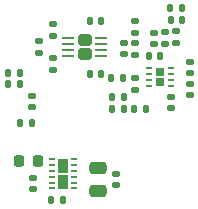
<source format=gbr>
%TF.GenerationSoftware,KiCad,Pcbnew,7.0.9*%
%TF.CreationDate,2024-03-10T22:23:52-07:00*%
%TF.ProjectId,P2.0,50322e30-2e6b-4696-9361-645f70636258,rev?*%
%TF.SameCoordinates,Original*%
%TF.FileFunction,Paste,Bot*%
%TF.FilePolarity,Positive*%
%FSLAX46Y46*%
G04 Gerber Fmt 4.6, Leading zero omitted, Abs format (unit mm)*
G04 Created by KiCad (PCBNEW 7.0.9) date 2024-03-10 22:23:52*
%MOMM*%
%LPD*%
G01*
G04 APERTURE LIST*
G04 Aperture macros list*
%AMRoundRect*
0 Rectangle with rounded corners*
0 $1 Rounding radius*
0 $2 $3 $4 $5 $6 $7 $8 $9 X,Y pos of 4 corners*
0 Add a 4 corners polygon primitive as box body*
4,1,4,$2,$3,$4,$5,$6,$7,$8,$9,$2,$3,0*
0 Add four circle primitives for the rounded corners*
1,1,$1+$1,$2,$3*
1,1,$1+$1,$4,$5*
1,1,$1+$1,$6,$7*
1,1,$1+$1,$8,$9*
0 Add four rect primitives between the rounded corners*
20,1,$1+$1,$2,$3,$4,$5,0*
20,1,$1+$1,$4,$5,$6,$7,0*
20,1,$1+$1,$6,$7,$8,$9,0*
20,1,$1+$1,$8,$9,$2,$3,0*%
G04 Aperture macros list end*
%ADD10R,0.750000X0.650000*%
%ADD11R,0.500000X0.250000*%
%ADD12RoundRect,0.062500X-0.412500X-0.062500X0.412500X-0.062500X0.412500X0.062500X-0.412500X0.062500X0*%
%ADD13RoundRect,0.242500X-0.342500X-0.242500X0.342500X-0.242500X0.342500X0.242500X-0.342500X0.242500X0*%
%ADD14R,0.950000X1.170000*%
%ADD15RoundRect,0.140000X-0.170000X0.140000X-0.170000X-0.140000X0.170000X-0.140000X0.170000X0.140000X0*%
%ADD16RoundRect,0.135000X-0.135000X-0.185000X0.135000X-0.185000X0.135000X0.185000X-0.135000X0.185000X0*%
%ADD17RoundRect,0.135000X-0.185000X0.135000X-0.185000X-0.135000X0.185000X-0.135000X0.185000X0.135000X0*%
%ADD18RoundRect,0.140000X0.140000X0.170000X-0.140000X0.170000X-0.140000X-0.170000X0.140000X-0.170000X0*%
%ADD19RoundRect,0.140000X0.170000X-0.140000X0.170000X0.140000X-0.170000X0.140000X-0.170000X-0.140000X0*%
%ADD20RoundRect,0.140000X-0.140000X-0.170000X0.140000X-0.170000X0.140000X0.170000X-0.140000X0.170000X0*%
%ADD21RoundRect,0.135000X0.185000X-0.135000X0.185000X0.135000X-0.185000X0.135000X-0.185000X-0.135000X0*%
%ADD22RoundRect,0.250000X0.475000X-0.250000X0.475000X0.250000X-0.475000X0.250000X-0.475000X-0.250000X0*%
%ADD23RoundRect,0.218750X-0.218750X-0.256250X0.218750X-0.256250X0.218750X0.256250X-0.218750X0.256250X0*%
%ADD24RoundRect,0.135000X0.135000X0.185000X-0.135000X0.185000X-0.135000X-0.185000X0.135000X-0.185000X0*%
G04 APERTURE END LIST*
D10*
%TO.C,U2*%
X90350000Y-57150000D03*
X90350000Y-57950000D03*
D11*
X89400000Y-58300000D03*
X89400000Y-57800000D03*
X89400000Y-57300000D03*
X89400000Y-56800000D03*
X91300000Y-56800000D03*
X91300000Y-57300000D03*
X91300000Y-57800000D03*
X91300000Y-58300000D03*
%TD*%
D12*
%TO.C,U1*%
X85380000Y-55800000D03*
X85380000Y-55300000D03*
X85380000Y-54800000D03*
X85380000Y-54300000D03*
X82580000Y-54300000D03*
X82580000Y-54800000D03*
X82580000Y-55300000D03*
X82580000Y-55800000D03*
D13*
X83980000Y-55650000D03*
X83980000Y-54450000D03*
%TD*%
D14*
%TO.C,U3*%
X82150000Y-65065000D03*
X82150000Y-66435000D03*
D11*
X81200000Y-67000000D03*
X81200000Y-66500000D03*
X81200000Y-66000000D03*
X81200000Y-65500000D03*
X81200000Y-65000000D03*
X81200000Y-64500000D03*
X83100000Y-64500000D03*
X83100000Y-65000000D03*
X83100000Y-65500000D03*
X83100000Y-66000000D03*
X83100000Y-66500000D03*
X83100000Y-67000000D03*
%TD*%
D15*
%TO.C,C4*%
X89850000Y-53840000D03*
X89850000Y-54800000D03*
%TD*%
D16*
%TO.C,R17*%
X78500000Y-57200000D03*
X77480000Y-57200000D03*
%TD*%
D17*
%TO.C,R1*%
X81280000Y-55990000D03*
X81280000Y-57010000D03*
%TD*%
D18*
%TO.C,C24*%
X90380000Y-55750000D03*
X89420000Y-55750000D03*
%TD*%
D19*
%TO.C,C26*%
X86600000Y-66700000D03*
X86600000Y-65740000D03*
%TD*%
D20*
%TO.C,C5*%
X92230000Y-52700000D03*
X91270000Y-52700000D03*
%TD*%
D17*
%TO.C,R5*%
X88250000Y-55720000D03*
X88250000Y-54700000D03*
%TD*%
D19*
%TO.C,C25*%
X91300000Y-60230000D03*
X91300000Y-59270000D03*
%TD*%
D21*
%TO.C,R2*%
X81280000Y-54110000D03*
X81280000Y-53090000D03*
%TD*%
D19*
%TO.C,C8*%
X79600000Y-67060000D03*
X79600000Y-66100000D03*
%TD*%
D20*
%TO.C,C23*%
X84420000Y-52800000D03*
X85380000Y-52800000D03*
%TD*%
D19*
%TO.C,C1*%
X87300000Y-54700000D03*
X87300000Y-55660000D03*
%TD*%
%TO.C,C7*%
X79550000Y-60110000D03*
X79550000Y-59150000D03*
%TD*%
D22*
%TO.C,C9*%
X85100000Y-67200000D03*
X85100000Y-65300000D03*
%TD*%
D16*
%TO.C,R14*%
X78490000Y-61450000D03*
X79510000Y-61450000D03*
%TD*%
D23*
%TO.C,L1*%
X79987500Y-64700000D03*
X78412500Y-64700000D03*
%TD*%
D24*
%TO.C,R10*%
X86280000Y-60300000D03*
X87300000Y-60300000D03*
%TD*%
D17*
%TO.C,R11*%
X90800000Y-53790000D03*
X90800000Y-54810000D03*
%TD*%
D24*
%TO.C,R16*%
X78500000Y-58190000D03*
X77480000Y-58190000D03*
%TD*%
%TO.C,R8*%
X92260000Y-51750000D03*
X91240000Y-51750000D03*
%TD*%
D20*
%TO.C,C22*%
X84420000Y-57300000D03*
X85380000Y-57300000D03*
%TD*%
D15*
%TO.C,C6*%
X92875000Y-56295000D03*
X92875000Y-57255000D03*
%TD*%
D19*
%TO.C,C3*%
X92875000Y-59105000D03*
X92875000Y-58145000D03*
%TD*%
D21*
%TO.C,R4*%
X88250000Y-53810000D03*
X88250000Y-52790000D03*
%TD*%
%TO.C,R3*%
X80080000Y-55570000D03*
X80080000Y-54550000D03*
%TD*%
%TO.C,R6*%
X88200000Y-58660000D03*
X88200000Y-57640000D03*
%TD*%
D18*
%TO.C,C2*%
X88170000Y-60300000D03*
X89130000Y-60300000D03*
%TD*%
D16*
%TO.C,R19*%
X81090000Y-68000000D03*
X82110000Y-68000000D03*
%TD*%
D24*
%TO.C,R9*%
X86280000Y-59300000D03*
X87300000Y-59300000D03*
%TD*%
%TO.C,R7*%
X87260000Y-57650000D03*
X86240000Y-57650000D03*
%TD*%
D17*
%TO.C,R12*%
X91750000Y-53640000D03*
X91750000Y-54660000D03*
%TD*%
M02*

</source>
